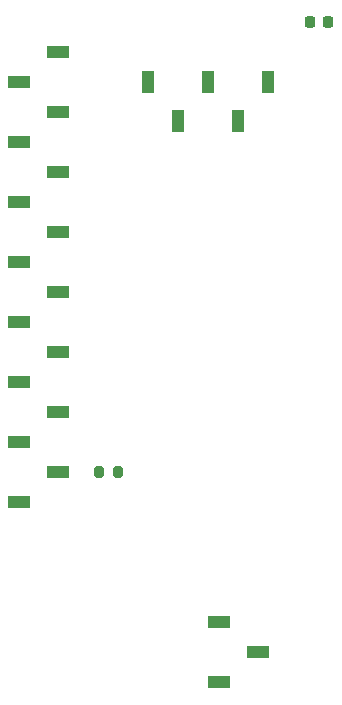
<source format=gbr>
%TF.GenerationSoftware,KiCad,Pcbnew,7.0.1*%
%TF.CreationDate,2023-05-30T20:42:55-06:00*%
%TF.ProjectId,Phase_D_STM_Shield,50686173-655f-4445-9f53-544d5f536869,rev?*%
%TF.SameCoordinates,Original*%
%TF.FileFunction,Paste,Top*%
%TF.FilePolarity,Positive*%
%FSLAX46Y46*%
G04 Gerber Fmt 4.6, Leading zero omitted, Abs format (unit mm)*
G04 Created by KiCad (PCBNEW 7.0.1) date 2023-05-30 20:42:55*
%MOMM*%
%LPD*%
G01*
G04 APERTURE LIST*
G04 Aperture macros list*
%AMRoundRect*
0 Rectangle with rounded corners*
0 $1 Rounding radius*
0 $2 $3 $4 $5 $6 $7 $8 $9 X,Y pos of 4 corners*
0 Add a 4 corners polygon primitive as box body*
4,1,4,$2,$3,$4,$5,$6,$7,$8,$9,$2,$3,0*
0 Add four circle primitives for the rounded corners*
1,1,$1+$1,$2,$3*
1,1,$1+$1,$4,$5*
1,1,$1+$1,$6,$7*
1,1,$1+$1,$8,$9*
0 Add four rect primitives between the rounded corners*
20,1,$1+$1,$2,$3,$4,$5,0*
20,1,$1+$1,$4,$5,$6,$7,0*
20,1,$1+$1,$6,$7,$8,$9,0*
20,1,$1+$1,$8,$9,$2,$3,0*%
G04 Aperture macros list end*
%ADD10R,1.000000X1.900000*%
%ADD11R,1.900000X1.000000*%
%ADD12RoundRect,0.225000X-0.225000X-0.250000X0.225000X-0.250000X0.225000X0.250000X-0.225000X0.250000X0*%
%ADD13RoundRect,0.200000X-0.200000X-0.275000X0.200000X-0.275000X0.200000X0.275000X-0.200000X0.275000X0*%
G04 APERTURE END LIST*
D10*
%TO.C,RV1*%
X127000000Y-45720000D03*
X124460000Y-49020000D03*
X121920000Y-45720000D03*
X119380000Y-49020000D03*
X116840000Y-45720000D03*
%TD*%
D11*
%TO.C,U2*%
X126110000Y-93980000D03*
X122810000Y-91440000D03*
X122810000Y-96520000D03*
%TD*%
D12*
%TO.C,C1*%
X130530000Y-40640000D03*
X132080000Y-40640000D03*
%TD*%
D13*
%TO.C,R1*%
X112650000Y-78740000D03*
X114300000Y-78740000D03*
%TD*%
D11*
%TO.C,U1*%
X109220000Y-43180000D03*
X105920000Y-45720000D03*
X109220000Y-48260000D03*
X105920000Y-50800000D03*
X109220000Y-53340000D03*
X105920000Y-55880000D03*
X109220000Y-58420000D03*
X105920000Y-60960000D03*
X109220000Y-63500000D03*
X105920000Y-66040000D03*
X109220000Y-68580000D03*
X105920000Y-71120000D03*
X109220000Y-73660000D03*
X105920000Y-76200000D03*
X109220000Y-78740000D03*
X105920000Y-81280000D03*
%TD*%
M02*

</source>
